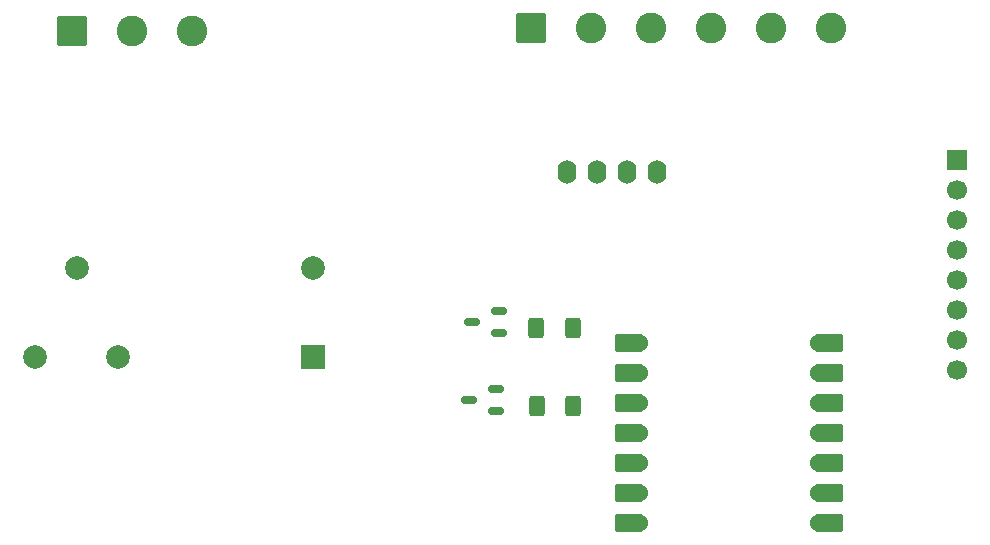
<source format=gbs>
%TF.GenerationSoftware,KiCad,Pcbnew,9.0.2*%
%TF.CreationDate,2025-08-19T17:48:26+02:00*%
%TF.ProjectId,esp32c6-charger,65737033-3263-4362-9d63-686172676572,rev?*%
%TF.SameCoordinates,Original*%
%TF.FileFunction,Soldermask,Bot*%
%TF.FilePolarity,Negative*%
%FSLAX45Y45*%
G04 Gerber Fmt 4.5, Leading zero omitted, Abs format (unit mm)*
G04 Created by KiCad (PCBNEW 9.0.2) date 2025-08-19 17:48:26*
%MOMM*%
%LPD*%
G01*
G04 APERTURE LIST*
G04 Aperture macros list*
%AMRoundRect*
0 Rectangle with rounded corners*
0 $1 Rounding radius*
0 $2 $3 $4 $5 $6 $7 $8 $9 X,Y pos of 4 corners*
0 Add a 4 corners polygon primitive as box body*
4,1,4,$2,$3,$4,$5,$6,$7,$8,$9,$2,$3,0*
0 Add four circle primitives for the rounded corners*
1,1,$1+$1,$2,$3*
1,1,$1+$1,$4,$5*
1,1,$1+$1,$6,$7*
1,1,$1+$1,$8,$9*
0 Add four rect primitives between the rounded corners*
20,1,$1+$1,$2,$3,$4,$5,0*
20,1,$1+$1,$4,$5,$6,$7,0*
20,1,$1+$1,$6,$7,$8,$9,0*
20,1,$1+$1,$8,$9,$2,$3,0*%
G04 Aperture macros list end*
%ADD10O,1.600000X2.000000*%
%ADD11R,1.700000X1.700000*%
%ADD12C,1.700000*%
%ADD13RoundRect,0.152400X1.063600X0.609600X-1.063600X0.609600X-1.063600X-0.609600X1.063600X-0.609600X0*%
%ADD14C,1.524000*%
%ADD15RoundRect,0.152400X-1.063600X-0.609600X1.063600X-0.609600X1.063600X0.609600X-1.063600X0.609600X0*%
%ADD16RoundRect,0.150000X0.512500X0.150000X-0.512500X0.150000X-0.512500X-0.150000X0.512500X-0.150000X0*%
%ADD17RoundRect,0.250000X0.400000X0.625000X-0.400000X0.625000X-0.400000X-0.625000X0.400000X-0.625000X0*%
%ADD18C,2.000000*%
%ADD19R,2.000000X2.000000*%
%ADD20RoundRect,0.250000X-1.050000X-1.050000X1.050000X-1.050000X1.050000X1.050000X-1.050000X1.050000X0*%
%ADD21C,2.600000*%
G04 APERTURE END LIST*
D10*
%TO.C,Brd1*%
X12776200Y-10718800D03*
X13030200Y-10718800D03*
X13284200Y-10718800D03*
X13538200Y-10718800D03*
%TD*%
D11*
%TO.C,RFID1*%
X16078200Y-10617200D03*
D12*
X16078200Y-10871200D03*
X16078200Y-11125200D03*
X16078200Y-11379200D03*
X16078200Y-11633200D03*
X16078200Y-11887200D03*
X16078200Y-12141200D03*
X16078200Y-12395200D03*
%TD*%
D13*
%TO.C,U1*%
X13302300Y-13690600D03*
D14*
X13385800Y-13690600D03*
D13*
X13302300Y-13436600D03*
D14*
X13385800Y-13436600D03*
D13*
X13302300Y-13182600D03*
D14*
X13385800Y-13182600D03*
D13*
X13302300Y-12928600D03*
D14*
X13385800Y-12928600D03*
D13*
X13302300Y-12674600D03*
D14*
X13385800Y-12674600D03*
D13*
X13302300Y-12420600D03*
D14*
X13385800Y-12420600D03*
D13*
X13302300Y-12166600D03*
D14*
X13385800Y-12166600D03*
X14909800Y-12166600D03*
D15*
X14993300Y-12166600D03*
D14*
X14909800Y-12420600D03*
D15*
X14993300Y-12420600D03*
D14*
X14909800Y-12674600D03*
D15*
X14993300Y-12674600D03*
D14*
X14909800Y-12928600D03*
D15*
X14993300Y-12928600D03*
D14*
X14909800Y-13182600D03*
D15*
X14993300Y-13182600D03*
D14*
X14909800Y-13436600D03*
D15*
X14993300Y-13436600D03*
D14*
X14909800Y-13690600D03*
D15*
X14993300Y-13690600D03*
%TD*%
D16*
%TO.C,Q1*%
X12204150Y-11893800D03*
X12204150Y-12083800D03*
X11976650Y-11988800D03*
%TD*%
D17*
%TO.C,R2*%
X12832200Y-12700000D03*
X12522200Y-12700000D03*
%TD*%
%TO.C,R1*%
X12827000Y-12039600D03*
X12517000Y-12039600D03*
%TD*%
D18*
%TO.C,K1*%
X8627150Y-11531350D03*
X8977150Y-12281350D03*
X8277150Y-12281350D03*
D19*
X10627150Y-12281350D03*
D18*
X10627150Y-11531350D03*
%TD*%
D20*
%TO.C,J1*%
X12471400Y-9499600D03*
D21*
X12979400Y-9499600D03*
X13487400Y-9499600D03*
X13995400Y-9499600D03*
X14503400Y-9499600D03*
X15011400Y-9499600D03*
%TD*%
D20*
%TO.C,J2*%
X8585200Y-9525000D03*
D21*
X9093200Y-9525000D03*
X9601200Y-9525000D03*
%TD*%
D16*
%TO.C,Q2*%
X12178750Y-12554200D03*
X12178750Y-12744200D03*
X11951250Y-12649200D03*
%TD*%
M02*

</source>
